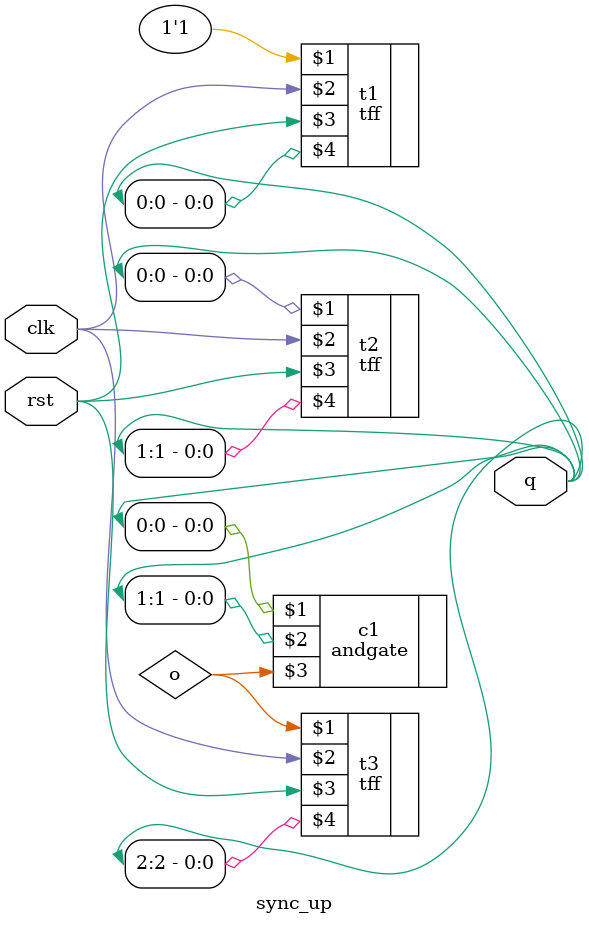
<source format=v>
`timescale 1ns / 1ps
module sync_up(
    input clk,rst,
	 output [2:0]q
    );
tff t1(1'b1,clk,rst,q[0]),
	t2(q[0],clk,rst,q[1]),
	t3(o,clk,rst,q[2]);
	
andgate c1(q[0],q[1],o);

endmodule

</source>
